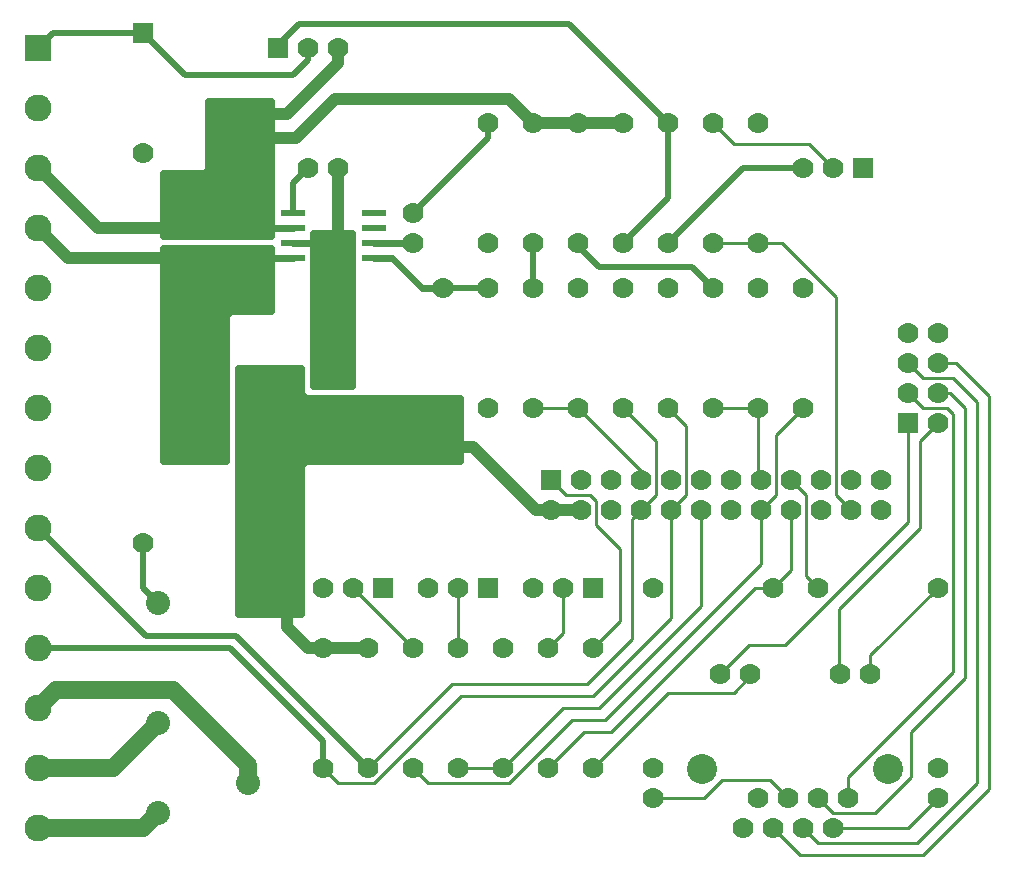
<source format=gbr>
G04 DipTrace 3.3.1.3*
G04 Top.gbr*
%MOIN*%
G04 #@! TF.FileFunction,Copper,L1,Top*
G04 #@! TF.Part,Single*
%AMOUTLINE0*
4,1,4,
0.035,-0.035,
-0.035,-0.035,
-0.035,0.035,
0.035,0.035,
0.035,-0.035,
0*%
G04 #@! TA.AperFunction,ViaPad*
%ADD13C,0.04*%
G04 #@! TA.AperFunction,Conductor*
%ADD14C,0.0236*%
%ADD15C,0.01*%
%ADD16C,0.02*%
%ADD17C,0.06*%
G04 #@! TA.AperFunction,CopperBalancing*
%ADD18C,0.025*%
G04 #@! TA.AperFunction,ComponentPad*
%ADD20R,0.07X0.07*%
%ADD21C,0.07*%
%ADD22C,0.07*%
%ADD23C,0.1*%
%ADD24R,0.09X0.09*%
%ADD25C,0.09*%
%ADD26C,0.08*%
%ADD28R,0.07874X0.023622*%
G04 #@! TA.AperFunction,ComponentPad*
%ADD61OUTLINE0*%
%FSLAX26Y26*%
G04*
G70*
G90*
G75*
G01*
G04 Top*
%LPD*%
X1543700Y2968700D2*
D13*
X1793700D1*
D14*
X1943700D1*
X2743700Y3318700D2*
D13*
X2893700D1*
X2093700Y3568700D2*
Y3518700D1*
X1923700Y3348700D1*
X1823700D1*
X1733700Y3258700D1*
Y3158700D1*
X1543700Y2968700D1*
X1093700Y3168700D2*
X1293700Y2968700D1*
X1543700D1*
X2743700Y3318700D2*
Y3328700D1*
X2753700Y3318700D1*
X3043700D1*
X1543700Y2968700D2*
X1843700Y3268700D1*
X1953700D1*
X2083700Y3398700D1*
X2663700D1*
X2743700Y3318700D1*
X1793700Y2468700D2*
Y2218700D1*
X2043700D1*
X2093700Y2268700D1*
X2443700Y2368700D2*
X2193700D1*
X2093700Y2268700D1*
X2903700Y2028700D2*
X2803700D1*
X2193700Y1568700D2*
X2043700D1*
X1843700Y1918700D2*
Y2168700D1*
X1793700Y2218700D1*
X1843700Y1918700D2*
Y1768700D1*
X1793700Y1718700D1*
X2043700Y1568700D2*
X1993700D1*
X1923700Y1638700D1*
Y2088700D1*
X1793700Y2218700D1*
X2803700Y2028700D2*
X2753700D1*
X2543700Y2238700D1*
X2093700D1*
Y2268700D1*
X3603700Y2128700D2*
D15*
X3653700Y2078700D1*
Y1808700D1*
X3693700Y1768700D1*
X2803700Y2128700D2*
X2853700Y2078700D1*
X2933700D1*
X2953700Y2058700D1*
Y1978700D1*
X3033700Y1898700D1*
Y1658700D1*
X2943700Y1568700D1*
X1093700D2*
D16*
X1733700D1*
X2043700Y1258700D1*
Y1168700D1*
D15*
X2093700Y1118700D1*
X2213700D1*
X2503700Y1408700D1*
X2943700D1*
X3203700Y1668700D1*
Y2028700D1*
X3193700Y2368700D2*
X3253700Y2308700D1*
Y2078700D1*
X3203700Y2028700D1*
X1943700Y3018700D2*
D16*
Y3118700D1*
X1993700Y3168700D1*
X1493700Y1318700D2*
D17*
X1343700Y1168700D1*
X1093700D1*
X2215039Y2918700D2*
D14*
X2343700D1*
D16*
D3*
Y3018700D2*
X2593700Y3268700D1*
Y3318700D1*
X3743700Y968700D2*
D15*
X3993700D1*
X4093700Y1068700D1*
X3593700D2*
X3533700Y1128700D1*
X3373700D1*
X3313700Y1068700D1*
X3143700D1*
X2893700Y2918700D2*
D16*
X2883700D1*
X2963700Y2838700D1*
X3273700D1*
X3343700Y2768700D1*
X2743700Y2918700D2*
Y2768700D1*
X2193700Y1168700D2*
X1753700Y1608700D1*
X1453700D1*
X1093700Y1968700D1*
X2193700Y1168700D2*
D15*
X2473700Y1448700D1*
X2923700D1*
X3073700Y1598700D1*
Y1998700D1*
X3103700Y2028700D1*
X3153700Y2078700D1*
Y2258700D1*
X3043700Y2368700D1*
X2443700Y2768700D2*
D16*
X2593700D1*
X2215039Y2868700D2*
D14*
X2273700D1*
X2373700Y2768700D1*
X2443700D1*
X3193700Y3318700D2*
D16*
X2863700Y3648700D1*
X1963700D1*
X1893700Y3578700D1*
Y3568700D1*
X3043700Y2918700D2*
X3193700Y3068700D1*
Y3318700D1*
Y2918700D2*
X3443700Y3168700D1*
X3643700D1*
X1943700Y2868700D2*
D14*
X1793700D1*
D13*
X1543700D1*
X1693700Y2218700D2*
Y2468700D1*
Y2568700D1*
X1593700Y2668700D1*
X1793700Y2868700D2*
X1593700Y2668700D1*
X1093700Y2968700D2*
X1193700Y2868700D1*
X1543700D1*
X3643700Y2368700D2*
D15*
X3553700Y2278700D1*
Y2078700D1*
X3503700Y2028700D1*
X2343700Y1168700D2*
X2393700Y1118700D1*
X2663700D1*
X2873700Y1328700D1*
X2983700D1*
X3503700Y1848700D1*
Y2028700D1*
X3343700Y2918700D2*
X3493700D1*
X3573700D1*
X3753700Y2738700D1*
Y2078700D1*
X3803700Y2028700D1*
X3343700Y2368700D2*
X3493700D1*
Y2138700D1*
X3503700Y2128700D1*
X2743700Y2368700D2*
X2893700D1*
X3103700Y2128700D2*
Y2158700D1*
X2893700Y2368700D1*
X2793700Y1168700D2*
X2913700Y1288700D1*
X3003700D1*
X3483700Y1768700D1*
X3543700D1*
X3603700Y2028700D2*
Y1828700D1*
X3543700Y1768700D1*
X2643700Y1168700D2*
X2843700Y1368700D1*
X2963700D1*
X3303700Y1708700D1*
Y2028700D1*
X2643700Y1168700D2*
X2493700D1*
X2143700Y1768700D2*
X2343700Y1568700D1*
X3343700Y3318700D2*
X3413700Y3248700D1*
X3663700D1*
X3743700Y3168700D1*
X2793700Y1568700D2*
X2843700Y1618700D1*
Y1768700D1*
X2493700Y1568700D2*
Y1768700D1*
X3993700Y2318700D2*
Y1988700D1*
X3583700Y1578700D1*
X3463700D1*
X3373700Y1488700D1*
Y1476700D1*
X3369700Y1480700D1*
X3468700D2*
Y1473700D1*
X3413700Y1418700D1*
X3193700D1*
X2943700Y1168700D1*
X1993700Y3568700D2*
D16*
Y3528700D1*
X1943700Y3478700D1*
X1583700D1*
X1443700Y3618700D1*
X1093700Y3568700D2*
X1143700Y3618700D1*
X1443700D1*
X1093700Y1368700D2*
D17*
X1153700Y1428700D1*
X1543700D1*
X1793700Y1178700D1*
Y1118700D1*
X1493700Y1018700D2*
X1443700Y968700D1*
X1093700D1*
X1443700Y1918700D2*
D16*
Y1768700D1*
X1493700Y1718700D1*
X3993700Y2518700D2*
D15*
X4043700Y2468700D1*
X4143700D1*
X4223700Y2388700D1*
Y1118700D1*
X4023700Y918700D1*
X3693700D1*
X3643700Y968700D1*
X4093700Y2518700D2*
X4153700D1*
X4263700Y2408700D1*
Y1098700D1*
X4043700Y878700D1*
X3633700D1*
X3543700Y968700D1*
X4093700Y2318700D2*
X4033700Y2258700D1*
Y1968700D1*
X3763700Y1698700D1*
Y1485700D1*
X3768700Y1480700D1*
X3867700D2*
Y1542700D1*
X4093700Y1768700D1*
X1943700Y2918700D2*
D14*
X2063700D1*
D13*
X2093700Y2888700D1*
Y2668700D1*
Y2468700D1*
X2063700Y2918700D2*
X2093700Y2948700D1*
Y3168700D1*
X3993700Y2418700D2*
D15*
X4043700Y2368700D1*
X4123700D1*
X4143700Y2348700D1*
Y1488700D1*
X3793700Y1138700D1*
Y1068700D1*
X4093700Y2418700D2*
X4133700D1*
X4183700Y2368700D1*
Y1468700D1*
X4003700Y1288700D1*
Y1138700D1*
X3883700Y1018700D1*
X3743700D1*
X3693700Y1068700D1*
D13*
X1843700Y2768700D3*
Y2718700D3*
X1793700D3*
Y2768700D3*
X2018718Y2921331D2*
D18*
X2138703D1*
X2018718Y2896462D2*
X2138703D1*
X2018718Y2871594D2*
X2138703D1*
X2018718Y2846725D2*
X2138703D1*
X2018718Y2821856D2*
X2138703D1*
X2018718Y2796987D2*
X2138703D1*
X2018718Y2772119D2*
X2138703D1*
X2018718Y2747250D2*
X2138703D1*
X2018718Y2722381D2*
X2138703D1*
X2018718Y2697512D2*
X2138703D1*
X2018718Y2672644D2*
X2138703D1*
X2018718Y2647775D2*
X2138703D1*
X2018718Y2622906D2*
X2138703D1*
X2018718Y2598037D2*
X2138703D1*
X2018718Y2573169D2*
X2138703D1*
X2018718Y2548300D2*
X2138703D1*
X2018718Y2523431D2*
X2138703D1*
X2018718Y2498562D2*
X2138703D1*
X2018718Y2473693D2*
X2138703D1*
X2018718Y2448825D2*
X2138703D1*
X2141176Y2946200D2*
X2016228D1*
X2016200Y2441214D1*
X2141172Y2441200D1*
X2141200Y2946186D1*
X1668714Y3361331D2*
X1868684D1*
X1668714Y3336462D2*
X1868684D1*
X1668714Y3311594D2*
X1868684D1*
X1668714Y3286725D2*
X1868684D1*
X1668714Y3261856D2*
X1868684D1*
X1668714Y3236987D2*
X1868684D1*
X1668714Y3212119D2*
X1868684D1*
X1668714Y3187250D2*
X1868684D1*
X1667566Y3162381D2*
X1868684D1*
X1518718Y3137512D2*
X1868684D1*
X1518718Y3112644D2*
X1868684D1*
X1518718Y3087775D2*
X1868684D1*
X1518718Y3062906D2*
X1868684D1*
X1518718Y3038037D2*
X1868684D1*
X1518718Y3013169D2*
X1868684D1*
X1518718Y2988300D2*
X1868684D1*
X1518718Y2963431D2*
X1868684D1*
X1516200Y3146176D2*
Y2941207D1*
X1871190Y2941200D1*
X1871200Y3386187D1*
X1666207Y3386200D1*
X1666046Y3166745D1*
X1665249Y3163917D1*
X1663813Y3161352D1*
X1656539Y3153861D1*
X1651048Y3148587D1*
X1648483Y3147151D1*
X1645655Y3146354D1*
X1634514Y3146200D1*
X1516204D1*
X1518718Y2871331D2*
X1868684D1*
X1518718Y2846462D2*
X1868684D1*
X1518718Y2821594D2*
X1868684D1*
X1518718Y2796725D2*
X1868684D1*
X1518718Y2771856D2*
X1868684D1*
X1518718Y2746987D2*
X1868684D1*
X1518718Y2722119D2*
X1868684D1*
X1518718Y2697250D2*
X1868684D1*
X1518718Y2672381D2*
X1718688D1*
X1518718Y2647512D2*
X1718688D1*
X1518718Y2622644D2*
X1718688D1*
X1518718Y2597775D2*
X1718688D1*
X1518718Y2572906D2*
X1718688D1*
X1518718Y2548037D2*
X1718688D1*
X1518718Y2523169D2*
X1718688D1*
X1518718Y2498300D2*
X1718688D1*
X1518718Y2473431D2*
X1718688D1*
X1518718Y2448562D2*
X1718688D1*
X1518718Y2423693D2*
X1718688D1*
X1518718Y2398825D2*
X1718688D1*
X1518718Y2373956D2*
X1718688D1*
X1518718Y2349087D2*
X1718688D1*
X1518718Y2324218D2*
X1718688D1*
X1518718Y2299350D2*
X1718688D1*
X1518718Y2274481D2*
X1718688D1*
X1518718Y2249612D2*
X1718688D1*
X1518718Y2224743D2*
X1718688D1*
X1518718Y2199875D2*
X1718688D1*
X1516200Y2896176D2*
Y2191196D1*
X1721193Y2191200D1*
X1721354Y2670655D1*
X1722151Y2673483D1*
X1723587Y2676048D1*
X1730861Y2683539D1*
X1736352Y2688813D1*
X1738917Y2690249D1*
X1741745Y2691046D1*
X1752886Y2691200D1*
X1871196D1*
X1871200Y2896193D1*
X1516210Y2896200D1*
X1768718Y2471331D2*
X1968688D1*
X1768718Y2446462D2*
X1968688D1*
X1768718Y2421594D2*
X1968688D1*
X1768718Y2396725D2*
X1985482D1*
X1768718Y2371856D2*
X2498697D1*
X1768718Y2346987D2*
X2498697D1*
X1768718Y2322119D2*
X2498697D1*
X1768718Y2297250D2*
X2498697D1*
X1768718Y2272381D2*
X2498697D1*
X1768718Y2247512D2*
X2498697D1*
X1768718Y2222644D2*
X2498697D1*
X1768718Y2197775D2*
X2498697D1*
X1768718Y2172906D2*
X1968688D1*
X1768718Y2148037D2*
X1968688D1*
X1768718Y2123169D2*
X1968688D1*
X1768718Y2098300D2*
X1968688D1*
X1768718Y2073431D2*
X1968688D1*
X1768718Y2048562D2*
X1968688D1*
X1768718Y2023693D2*
X1968688D1*
X1768718Y1998825D2*
X1968688D1*
X1768718Y1973956D2*
X1968688D1*
X1768718Y1949087D2*
X1968688D1*
X1768718Y1924218D2*
X1968688D1*
X1768718Y1899350D2*
X1968688D1*
X1768718Y1874481D2*
X1968688D1*
X1768718Y1849612D2*
X1968688D1*
X1768718Y1824743D2*
X1968688D1*
X1768718Y1799875D2*
X1968688D1*
X1768718Y1775006D2*
X1968688D1*
X1768718Y1750137D2*
X1968688D1*
X1768718Y1725268D2*
X1968688D1*
X1768718Y1700399D2*
X1968688D1*
X1971176Y2496200D2*
X1766207D1*
X1766200Y1681175D1*
X1971193Y1681200D1*
X1971354Y2170655D1*
X1972151Y2173483D1*
X1973587Y2176048D1*
X1980861Y2183539D1*
X1986352Y2188813D1*
X1988917Y2190249D1*
X1991745Y2191046D1*
X2002886Y2191200D1*
X2501210D1*
X2501200Y2396220D1*
X1992720Y2396238D1*
X1989838Y2396812D1*
X1987169Y2398043D1*
X1984859Y2399864D1*
X1973587Y2411352D1*
X1972151Y2413917D1*
X1971354Y2416745D1*
X1971200Y2427886D1*
Y2496174D1*
D20*
X1543700Y2968700D3*
D21*
Y2868700D3*
D22*
X1793700D3*
Y2968700D3*
X2343700Y3018700D3*
Y2918700D3*
X2093700Y3168700D3*
X1993700D3*
D20*
X1793700Y2218700D3*
D21*
X1693700D3*
D22*
Y2468700D3*
X1793700D3*
X4093700Y1168700D3*
Y1068700D3*
X3143700Y1168700D3*
Y1068700D3*
D61*
X2093700Y2668700D3*
D22*
X1593700D3*
D20*
X1443700Y3618700D3*
D21*
Y3218700D3*
D20*
X1843700Y1918700D3*
D21*
X1443700D3*
X3793700Y1068700D3*
X3743700Y968700D3*
X3693700Y1068700D3*
X3643700Y968700D3*
X3593700Y1068700D3*
X3543700Y968700D3*
X3493700Y1068700D3*
X3443700Y968700D3*
X3867700Y1480700D3*
X3768700D3*
X3468700D3*
X3369700D3*
D23*
X3928700Y1165700D3*
X3308700D3*
D24*
X1093700Y3568700D3*
D25*
Y3368700D3*
Y3168700D3*
Y2968700D3*
Y2768700D3*
Y2568700D3*
Y2368700D3*
Y2168700D3*
Y1968700D3*
Y1768700D3*
Y1568700D3*
Y1368700D3*
Y1168700D3*
Y968700D3*
D26*
X1493700Y1718700D3*
Y1318700D3*
Y1018700D3*
X1793700Y1118700D3*
Y1718700D3*
X2093700Y2468700D3*
Y2268700D3*
D20*
X2943700Y1768700D3*
D21*
X2843700D3*
X2743700D3*
D20*
X2593700D3*
D21*
X2493700D3*
X2393700D3*
D20*
X3843700Y3168700D3*
D21*
X3743700D3*
X3643700D3*
D20*
X1893700Y3568700D3*
D21*
X1993700D3*
X2093700D3*
D20*
X2243700Y1768700D3*
D21*
X2143700D3*
X2043700D3*
X2443700Y2368700D3*
Y2768700D3*
X2593700Y2368700D3*
Y2768700D3*
Y3318700D3*
Y2918700D3*
X2893700Y3318700D3*
Y2918700D3*
X3343700Y2368700D3*
Y2768700D3*
X3493700Y2368700D3*
Y2768700D3*
X2743700Y3318700D3*
Y2918700D3*
Y2368700D3*
Y2768700D3*
X2893700Y2368700D3*
Y2768700D3*
X2793700Y1168700D3*
Y1568700D3*
X2493700Y1168700D3*
Y1568700D3*
X2193700D3*
Y1168700D3*
X3043700Y2768700D3*
Y2368700D3*
X3343700Y2918700D3*
Y3318700D3*
X3193700Y2918700D3*
Y3318700D3*
X3043700Y2918700D3*
Y3318700D3*
X3543700Y1768700D3*
X3143700D3*
X2643700Y1168700D3*
Y1568700D3*
X3493700Y2918700D3*
Y3318700D3*
X2043700Y1568700D3*
Y1168700D3*
X3193700Y2768700D3*
Y2368700D3*
X2343700Y1168700D3*
Y1568700D3*
X3643700Y2368700D3*
Y2768700D3*
X3693700Y1768700D3*
X4093700D3*
X2943700Y1568700D3*
Y1168700D3*
D28*
X1943700Y3018700D3*
Y2968700D3*
Y2918700D3*
Y2868700D3*
X2215039D3*
Y2918700D3*
Y2968700D3*
Y3018700D3*
D22*
X4093700Y2318700D3*
Y2418700D3*
Y2518700D3*
Y2618700D3*
X2803700Y2028700D3*
X2903700D3*
X3003700D3*
X3103700D3*
X3203700D3*
X3303700D3*
X3403700D3*
X3503700D3*
X3603700D3*
X3703700D3*
D20*
X3993700Y2318700D3*
D22*
Y2418700D3*
Y2518700D3*
Y2618700D3*
D20*
X2803700Y2128700D3*
D22*
X2903700D3*
X3003700D3*
X3103700D3*
X3203700D3*
X3303700D3*
X3403700D3*
X3503700D3*
X3603700D3*
X3703700D3*
X3803700Y2028700D3*
X3903700D3*
X3803700Y2128700D3*
X3903700D3*
M02*

</source>
